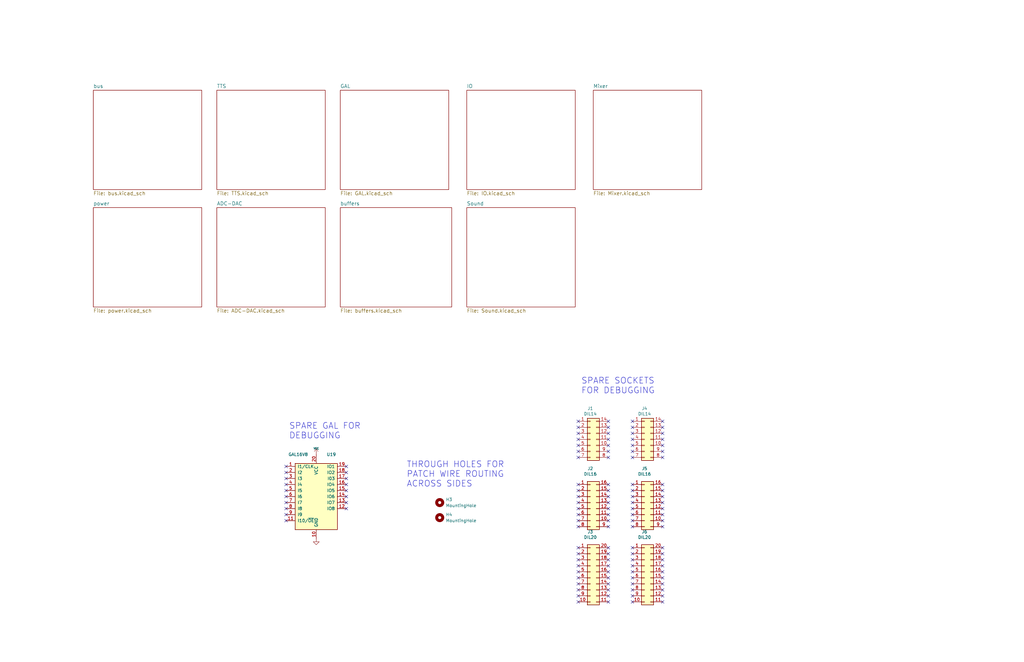
<source format=kicad_sch>
(kicad_sch (version 20211123) (generator eeschema)
  (paper "B")
  (lib_symbols
    (symbol "Connector_Generic:Conn_02x07_Counter_Clockwise" (pin_names (offset 1.016) hide)
      (property "Reference" "J" (at 1.27 10.16 0))
      (property "Value" "Conn_02x07_Counter_Clockwise" (at 1.27 -10.16 0))
      (symbol "Conn_02x07_Counter_Clockwise_1_1"
        (rectangle (start -1.27 -7.493) (end 0 -7.747) (stroke (width 0.1524)))
        (rectangle (start -1.27 -4.953) (end 0 -5.207) (stroke (width 0.1524)))
        (rectangle (start -1.27 -2.413) (end 0 -2.667) (stroke (width 0.1524)))
        (rectangle (start -1.27 0.127) (end 0 -0.127) (stroke (width 0.1524)))
        (rectangle (start -1.27 2.667) (end 0 2.413) (stroke (width 0.1524)))
        (rectangle (start -1.27 5.207) (end 0 4.953) (stroke (width 0.1524)))
        (rectangle (start -1.27 7.747) (end 0 7.493) (stroke (width 0.1524)))
        (rectangle (start -1.27 8.89) (end 3.81 -8.89) (stroke (width 0.254)) (fill (type background)))
        (rectangle (start 3.81 -7.493) (end 2.54 -7.747) (stroke (width 0.1524)))
        (rectangle (start 3.81 -4.953) (end 2.54 -5.207) (stroke (width 0.1524)))
        (rectangle (start 3.81 -2.413) (end 2.54 -2.667) (stroke (width 0.1524)))
        (rectangle (start 3.81 0.127) (end 2.54 -0.127) (stroke (width 0.1524)))
        (rectangle (start 3.81 2.667) (end 2.54 2.413) (stroke (width 0.1524)))
        (rectangle (start 3.81 5.207) (end 2.54 4.953) (stroke (width 0.1524)))
        (rectangle (start 3.81 7.747) (end 2.54 7.493) (stroke (width 0.1524)))
        (pin passive line (at -5.08 7.62 0) (length 3.81) (name "Pin_1") (number "1"))
        (pin passive line (at 7.62 -2.54 180) (length 3.81) (name "Pin_10") (number "10"))
        (pin passive line (at 7.62 0 180) (length 3.81) (name "Pin_11") (number "11"))
        (pin passive line (at 7.62 2.54 180) (length 3.81) (name "Pin_12") (number "12"))
        (pin passive line (at 7.62 5.08 180) (length 3.81) (name "Pin_13") (number "13"))
        (pin passive line (at 7.62 7.62 180) (length 3.81) (name "Pin_14") (number "14"))
        (pin passive line (at -5.08 5.08 0) (length 3.81) (name "Pin_2") (number "2"))
        (pin passive line (at -5.08 2.54 0) (length 3.81) (name "Pin_3") (number "3"))
        (pin passive line (at -5.08 0 0) (length 3.81) (name "Pin_4") (number "4"))
        (pin passive line (at -5.08 -2.54 0) (length 3.81) (name "Pin_5") (number "5"))
        (pin passive line (at -5.08 -5.08 0) (length 3.81) (name "Pin_6") (number "6"))
        (pin passive line (at -5.08 -7.62 0) (length 3.81) (name "Pin_7") (number "7"))
        (pin passive line (at 7.62 -7.62 180) (length 3.81) (name "Pin_8") (number "8"))
        (pin passive line (at 7.62 -5.08 180) (length 3.81) (name "Pin_9") (number "9"))
      )
    )
    (symbol "Connector_Generic:Conn_02x08_Counter_Clockwise" (pin_names (offset 1.016) hide)
      (property "Reference" "J" (at 1.27 10.16 0))
      (property "Value" "Conn_02x08_Counter_Clockwise" (at 1.27 -12.7 0))
      (symbol "Conn_02x08_Counter_Clockwise_1_1"
        (rectangle (start -1.27 -10.033) (end 0 -10.287) (stroke (width 0.1524)))
        (rectangle (start -1.27 -7.493) (end 0 -7.747) (stroke (width 0.1524)))
        (rectangle (start -1.27 -4.953) (end 0 -5.207) (stroke (width 0.1524)))
        (rectangle (start -1.27 -2.413) (end 0 -2.667) (stroke (width 0.1524)))
        (rectangle (start -1.27 0.127) (end 0 -0.127) (stroke (width 0.1524)))
        (rectangle (start -1.27 2.667) (end 0 2.413) (stroke (width 0.1524)))
        (rectangle (start -1.27 5.207) (end 0 4.953) (stroke (width 0.1524)))
        (rectangle (start -1.27 7.747) (end 0 7.493) (stroke (width 0.1524)))
        (rectangle (start -1.27 8.89) (end 3.81 -11.43) (stroke (width 0.254)) (fill (type background)))
        (rectangle (start 3.81 -10.033) (end 2.54 -10.287) (stroke (width 0.1524)))
        (rectangle (start 3.81 -7.493) (end 2.54 -7.747) (stroke (width 0.1524)))
        (rectangle (start 3.81 -4.953) (end 2.54 -5.207) (stroke (width 0.1524)))
        (rectangle (start 3.81 -2.413) (end 2.54 -2.667) (stroke (width 0.1524)))
        (rectangle (start 3.81 0.127) (end 2.54 -0.127) (stroke (width 0.1524)))
        (rectangle (start 3.81 2.667) (end 2.54 2.413) (stroke (width 0.1524)))
        (rectangle (start 3.81 5.207) (end 2.54 4.953) (stroke (width 0.1524)))
        (rectangle (start 3.81 7.747) (end 2.54 7.493) (stroke (width 0.1524)))
        (pin passive line (at -5.08 7.62 0) (length 3.81) (name "Pin_1") (number "1"))
        (pin passive line (at 7.62 -7.62 180) (length 3.81) (name "Pin_10") (number "10"))
        (pin passive line (at 7.62 -5.08 180) (length 3.81) (name "Pin_11") (number "11"))
        (pin passive line (at 7.62 -2.54 180) (length 3.81) (name "Pin_12") (number "12"))
        (pin passive line (at 7.62 0 180) (length 3.81) (name "Pin_13") (number "13"))
        (pin passive line (at 7.62 2.54 180) (length 3.81) (name "Pin_14") (number "14"))
        (pin passive line (at 7.62 5.08 180) (length 3.81) (name "Pin_15") (number "15"))
        (pin passive line (at 7.62 7.62 180) (length 3.81) (name "Pin_16") (number "16"))
        (pin passive line (at -5.08 5.08 0) (length 3.81) (name "Pin_2") (number "2"))
        (pin passive line (at -5.08 2.54 0) (length 3.81) (name "Pin_3") (number "3"))
        (pin passive line (at -5.08 0 0) (length 3.81) (name "Pin_4") (number "4"))
        (pin passive line (at -5.08 -2.54 0) (length 3.81) (name "Pin_5") (number "5"))
        (pin passive line (at -5.08 -5.08 0) (length 3.81) (name "Pin_6") (number "6"))
        (pin passive line (at -5.08 -7.62 0) (length 3.81) (name "Pin_7") (number "7"))
        (pin passive line (at -5.08 -10.16 0) (length 3.81) (name "Pin_8") (number "8"))
        (pin passive line (at 7.62 -10.16 180) (length 3.81) (name "Pin_9") (number "9"))
      )
    )
    (symbol "Connector_Generic:Conn_02x10_Counter_Clockwise" (pin_names (offset 1.016) hide)
      (property "Reference" "J" (at 1.27 12.7 0))
      (property "Value" "Conn_02x10_Counter_Clockwise" (at 1.27 -15.24 0))
      (symbol "Conn_02x10_Counter_Clockwise_1_1"
        (rectangle (start -1.27 -12.573) (end 0 -12.827) (stroke (width 0.1524)))
        (rectangle (start -1.27 -10.033) (end 0 -10.287) (stroke (width 0.1524)))
        (rectangle (start -1.27 -7.493) (end 0 -7.747) (stroke (width 0.1524)))
        (rectangle (start -1.27 -4.953) (end 0 -5.207) (stroke (width 0.1524)))
        (rectangle (start -1.27 -2.413) (end 0 -2.667) (stroke (width 0.1524)))
        (rectangle (start -1.27 0.127) (end 0 -0.127) (stroke (width 0.1524)))
        (rectangle (start -1.27 2.667) (end 0 2.413) (stroke (width 0.1524)))
        (rectangle (start -1.27 5.207) (end 0 4.953) (stroke (width 0.1524)))
        (rectangle (start -1.27 7.747) (end 0 7.493) (stroke (width 0.1524)))
        (rectangle (start -1.27 10.287) (end 0 10.033) (stroke (width 0.1524)))
        (rectangle (start -1.27 11.43) (end 3.81 -13.97) (stroke (width 0.254)) (fill (type background)))
        (rectangle (start 3.81 -12.573) (end 2.54 -12.827) (stroke (width 0.1524)))
        (rectangle (start 3.81 -10.033) (end 2.54 -10.287) (stroke (width 0.1524)))
        (rectangle (start 3.81 -7.493) (end 2.54 -7.747) (stroke (width 0.1524)))
        (rectangle (start 3.81 -4.953) (end 2.54 -5.207) (stroke (width 0.1524)))
        (rectangle (start 3.81 -2.413) (end 2.54 -2.667) (stroke (width 0.1524)))
        (rectangle (start 3.81 0.127) (end 2.54 -0.127) (stroke (width 0.1524)))
        (rectangle (start 3.81 2.667) (end 2.54 2.413) (stroke (width 0.1524)))
        (rectangle (start 3.81 5.207) (end 2.54 4.953) (stroke (width 0.1524)))
        (rectangle (start 3.81 7.747) (end 2.54 7.493) (stroke (width 0.1524)))
        (rectangle (start 3.81 10.287) (end 2.54 10.033) (stroke (width 0.1524)))
        (pin passive line (at -5.08 10.16 0) (length 3.81) (name "Pin_1") (number "1"))
        (pin passive line (at -5.08 -12.7 0) (length 3.81) (name "Pin_10") (number "10"))
        (pin passive line (at 7.62 -12.7 180) (length 3.81) (name "Pin_11") (number "11"))
        (pin passive line (at 7.62 -10.16 180) (length 3.81) (name "Pin_12") (number "12"))
        (pin passive line (at 7.62 -7.62 180) (length 3.81) (name "Pin_13") (number "13"))
        (pin passive line (at 7.62 -5.08 180) (length 3.81) (name "Pin_14") (number "14"))
        (pin passive line (at 7.62 -2.54 180) (length 3.81) (name "Pin_15") (number "15"))
        (pin passive line (at 7.62 0 180) (length 3.81) (name "Pin_16") (number "16"))
        (pin passive line (at 7.62 2.54 180) (length 3.81) (name "Pin_17") (number "17"))
        (pin passive line (at 7.62 5.08 180) (length 3.81) (name "Pin_18") (number "18"))
        (pin passive line (at 7.62 7.62 180) (length 3.81) (name "Pin_19") (number "19"))
        (pin passive line (at -5.08 7.62 0) (length 3.81) (name "Pin_2") (number "2"))
        (pin passive line (at 7.62 10.16 180) (length 3.81) (name "Pin_20") (number "20"))
        (pin passive line (at -5.08 5.08 0) (length 3.81) (name "Pin_3") (number "3"))
        (pin passive line (at -5.08 2.54 0) (length 3.81) (name "Pin_4") (number "4"))
        (pin passive line (at -5.08 0 0) (length 3.81) (name "Pin_5") (number "5"))
        (pin passive line (at -5.08 -2.54 0) (length 3.81) (name "Pin_6") (number "6"))
        (pin passive line (at -5.08 -5.08 0) (length 3.81) (name "Pin_7") (number "7"))
        (pin passive line (at -5.08 -7.62 0) (length 3.81) (name "Pin_8") (number "8"))
        (pin passive line (at -5.08 -10.16 0) (length 3.81) (name "Pin_9") (number "9"))
      )
    )
    (symbol "Logic_Programmable:GAL16V8" (pin_names (offset 1.016))
      (property "Reference" "U" (at -8.89 16.51 0))
      (property "Value" "GAL16V8" (at 1.27 16.51 0))
      (symbol "GAL16V8_0_0"
        (pin power_in line (at 0 -17.78 90) (length 3.81) (name "GND") (number "10"))
        (pin power_in line (at 0 17.78 270) (length 3.81) (name "VCC") (number "20"))
      )
      (symbol "GAL16V8_0_1"
        (rectangle (start -8.89 13.97) (end 8.89 -13.97) (stroke (width 0.254)) (fill (type background)))
      )
      (symbol "GAL16V8_1_1"
        (pin input line (at -12.7 12.7 0) (length 3.81) (name "I1/CLK") (number "1"))
        (pin input line (at -12.7 -10.16 0) (length 3.81) (name "I10/~{OE}") (number "11"))
        (pin tri_state line (at 12.7 -5.08 180) (length 3.81) (name "IO8") (number "12"))
        (pin tri_state line (at 12.7 -2.54 180) (length 3.81) (name "IO7") (number "13"))
        (pin tri_state line (at 12.7 0 180) (length 3.81) (name "IO6") (number "14"))
        (pin tri_state line (at 12.7 2.54 180) (length 3.81) (name "IO5") (number "15"))
        (pin tri_state line (at 12.7 5.08 180) (length 3.81) (name "IO4") (number "16"))
        (pin tri_state line (at 12.7 7.62 180) (length 3.81) (name "I03") (number "17"))
        (pin tri_state line (at 12.7 10.16 180) (length 3.81) (name "IO2") (number "18"))
        (pin tri_state line (at 12.7 12.7 180) (length 3.81) (name "IO1") (number "19"))
        (pin input line (at -12.7 10.16 0) (length 3.81) (name "I2") (number "2"))
        (pin input line (at -12.7 7.62 0) (length 3.81) (name "I3") (number "3"))
        (pin input line (at -12.7 5.08 0) (length 3.81) (name "I4") (number "4"))
        (pin input line (at -12.7 2.54 0) (length 3.81) (name "I5") (number "5"))
        (pin input line (at -12.7 0 0) (length 3.81) (name "I6") (number "6"))
        (pin input line (at -12.7 -2.54 0) (length 3.81) (name "I7") (number "7"))
        (pin input line (at -12.7 -5.08 0) (length 3.81) (name "I8") (number "8"))
        (pin input line (at -12.7 -7.62 0) (length 3.81) (name "I9") (number "9"))
      )
    )
    (symbol "Mechanical:MountingHole" (pin_names (offset 1.016))
      (property "Reference" "H" (at 0 5.08 0))
      (property "Value" "MountingHole" (at 0 3.175 0))
      (symbol "MountingHole_0_1"
        (circle (center 0 0) (radius 1.27) (stroke (width 1.27)))
      )
    )
    (symbol "power:GND" (power) (pin_names (offset 0))
      (property "Value" "GND" (at 0 -3.81 0))
      (symbol "GND_0_1"
        (polyline (pts (xy 0 0) (xy 0 -1.27) (xy 1.27 -1.27) (xy 0 -2.54) (xy -1.27 -1.27) (xy 0 -1.27)))
      )
      (symbol "GND_1_1"
        (pin power_in line (at 0 0 270) (length 0) hide (name "GND") (number "1"))
      )
    )
    (symbol "power:VCC" (power) (pin_names (offset 0))
      (property "Value" "VCC" (at 0 3.81 0))
      (symbol "VCC_0_1"
        (polyline (pts (xy -0.762 1.27) (xy 0 2.54)))
        (polyline (pts (xy 0 0) (xy 0 2.54)))
        (polyline (pts (xy 0 2.54) (xy 0.762 1.27)))
      )
      (symbol "VCC_1_1"
        (pin power_in line (at 0 0 90) (length 0) hide (name "VCC") (number "1"))
      )
    )
  )
  (no_connect (at 279.4 217.17))
  (no_connect (at 279.4 193.04))
  (no_connect (at 266.7 214.63))
  (no_connect (at 279.4 187.96))
  (no_connect (at 243.84 222.25))
  (no_connect (at 279.4 243.84))
  (no_connect (at 279.4 185.42))
  (no_connect (at 279.4 190.5))
  (no_connect (at 279.4 207.01))
  (no_connect (at 243.84 214.63))
  (no_connect (at 120.65 217.17))
  (no_connect (at 266.7 241.3))
  (no_connect (at 243.84 251.46))
  (no_connect (at 146.05 201.93))
  (no_connect (at 146.05 207.01))
  (no_connect (at 243.84 219.71))
  (no_connect (at 279.4 204.47))
  (no_connect (at 279.4 222.25))
  (no_connect (at 279.4 214.63))
  (no_connect (at 146.05 196.85))
  (no_connect (at 266.7 251.46))
  (no_connect (at 279.4 182.88))
  (no_connect (at 120.65 201.93))
  (no_connect (at 243.84 217.17))
  (no_connect (at 279.4 254))
  (no_connect (at 266.7 204.47))
  (no_connect (at 243.84 236.22))
  (no_connect (at 256.54 233.68))
  (no_connect (at 120.65 204.47))
  (no_connect (at 279.4 209.55))
  (no_connect (at 120.65 219.71))
  (no_connect (at 243.84 238.76))
  (no_connect (at 256.54 222.25))
  (no_connect (at 243.84 204.47))
  (no_connect (at 266.7 231.14))
  (no_connect (at 266.7 236.22))
  (no_connect (at 279.4 231.14))
  (no_connect (at 146.05 209.55))
  (no_connect (at 243.84 207.01))
  (no_connect (at 256.54 209.55))
  (no_connect (at 146.05 212.09))
  (no_connect (at 266.7 182.88))
  (no_connect (at 243.84 233.68))
  (no_connect (at 243.84 193.04))
  (no_connect (at 279.4 248.92))
  (no_connect (at 266.7 209.55))
  (no_connect (at 256.54 185.42))
  (no_connect (at 243.84 182.88))
  (no_connect (at 279.4 241.3))
  (no_connect (at 256.54 254))
  (no_connect (at 279.4 236.22))
  (no_connect (at 266.7 217.17))
  (no_connect (at 256.54 204.47))
  (no_connect (at 243.84 243.84))
  (no_connect (at 279.4 219.71))
  (no_connect (at 256.54 187.96))
  (no_connect (at 279.4 233.68))
  (no_connect (at 256.54 190.5))
  (no_connect (at 256.54 214.63))
  (no_connect (at 266.7 212.09))
  (no_connect (at 256.54 251.46))
  (no_connect (at 266.7 222.25))
  (no_connect (at 279.4 238.76))
  (no_connect (at 256.54 180.34))
  (no_connect (at 256.54 248.92))
  (no_connect (at 266.7 246.38))
  (no_connect (at 279.4 180.34))
  (no_connect (at 243.84 248.92))
  (no_connect (at 243.84 185.42))
  (no_connect (at 256.54 177.8))
  (no_connect (at 243.84 246.38))
  (no_connect (at 243.84 177.8))
  (no_connect (at 266.7 248.92))
  (no_connect (at 146.05 214.63))
  (no_connect (at 266.7 207.01))
  (no_connect (at 266.7 243.84))
  (no_connect (at 279.4 246.38))
  (no_connect (at 243.84 180.34))
  (no_connect (at 256.54 236.22))
  (no_connect (at 266.7 238.76))
  (no_connect (at 256.54 217.17))
  (no_connect (at 256.54 182.88))
  (no_connect (at 120.65 212.09))
  (no_connect (at 266.7 193.04))
  (no_connect (at 266.7 185.42))
  (no_connect (at 256.54 241.3))
  (no_connect (at 256.54 219.71))
  (no_connect (at 243.84 209.55))
  (no_connect (at 266.7 187.96))
  (no_connect (at 243.84 190.5))
  (no_connect (at 279.4 212.09))
  (no_connect (at 266.7 177.8))
  (no_connect (at 256.54 212.09))
  (no_connect (at 120.65 199.39))
  (no_connect (at 256.54 193.04))
  (no_connect (at 266.7 190.5))
  (no_connect (at 256.54 207.01))
  (no_connect (at 120.65 209.55))
  (no_connect (at 266.7 180.34))
  (no_connect (at 120.65 196.85))
  (no_connect (at 256.54 246.38))
  (no_connect (at 243.84 187.96))
  (no_connect (at 266.7 254))
  (no_connect (at 243.84 241.3))
  (no_connect (at 266.7 233.68))
  (no_connect (at 256.54 238.76))
  (no_connect (at 120.65 207.01))
  (no_connect (at 243.84 231.14))
  (no_connect (at 279.4 177.8))
  (no_connect (at 243.84 212.09))
  (no_connect (at 256.54 243.84))
  (no_connect (at 266.7 219.71))
  (no_connect (at 243.84 254))
  (no_connect (at 146.05 204.47))
  (no_connect (at 120.65 214.63))
  (no_connect (at 146.05 199.39))
  (no_connect (at 279.4 251.46))
  (no_connect (at 256.54 231.14))
  (text "SPARE SOCKETS\nFOR DEBUGGING" (at 245.11 166.37 0) (effects (font (size 2.54 2.54)) (justify left bottom)))
  (text "SPARE GAL FOR\nDEBUGGING" (at 121.92 185.42 0) (effects (font (size 2.54 2.54)) (justify left bottom)))
  (text "THROUGH HOLES FOR\nPATCH WIRE ROUTING\nACROSS SIDES" (at 171.45 205.74 0) (effects (font (size 2.54 2.54)) (justify left bottom)))
  (symbol (lib_id "Connector_Generic:Conn_02x07_Counter_Clockwise") (at 248.92 185.42 0) (unit 1)
    (property "Reference" "J1" (at 248.92 172.339 0))
    (property "Value" "DIL14" (at 248.92 174.6504 0))
    (property "Footprint" "Package_DIP:DIP-14_W7.62mm_Socket" (effects hide))
  )
  (symbol (lib_id "Connector_Generic:Conn_02x08_Counter_Clockwise") (at 248.92 212.09 0) (unit 1)
    (property "Reference" "J2" (at 248.92 197.739 0))
    (property "Value" "DIL16" (at 248.92 200.0504 0))
    (property "Footprint" "Package_DIP:DIP-16_W7.62mm_Socket" (effects hide))
  )
  (symbol (lib_id "Connector_Generic:Conn_02x10_Counter_Clockwise") (at 248.92 241.3 0) (unit 1)
    (property "Reference" "J3" (at 248.92 224.409 0))
    (property "Value" "DIL20" (at 248.92 226.7204 0))
    (property "Footprint" "Package_DIP:DIP-20_W7.62mm_Socket" (effects hide))
  )
  (symbol (lib_id "Connector_Generic:Conn_02x07_Counter_Clockwise") (at 271.78 185.42 0) (unit 1)
    (property "Reference" "J4" (at 271.78 172.339 0))
    (property "Value" "DIL14" (at 271.78 174.6504 0))
    (property "Footprint" "Package_DIP:DIP-14_W7.62mm_Socket" (effects hide))
  )
  (symbol (lib_id "Connector_Generic:Conn_02x08_Counter_Clockwise") (at 271.78 212.09 0) (unit 1)
    (property "Reference" "J5" (at 271.78 197.739 0))
    (property "Value" "DIL16" (at 271.78 200.0504 0))
    (property "Footprint" "Package_DIP:DIP-16_W7.62mm_Socket" (effects hide))
  )
  (symbol (lib_id "Connector_Generic:Conn_02x10_Counter_Clockwise") (at 271.78 241.3 0) (unit 1)
    (property "Reference" "J6" (at 271.78 224.409 0))
    (property "Value" "DIL20" (at 271.78 226.7204 0))
    (property "Footprint" "Package_DIP:DIP-20_W7.62mm_Socket" (effects hide))
  )
  (symbol (lib_id "Mechanical:MountingHole") (at 185.42 212.09 0) (unit 1)
    (property "Reference" "H3" (at 187.96 210.8199 0) (effects (justify left)))
    (property "Value" "MountingHole" (at 187.96 213.3599 0) (effects (justify left)))
    (property "Footprint" "MountingHole:MountingHole_2.1mm" (effects hide))
  )
  (symbol (lib_id "power:VCC") (at 133.35 191.77 0) (unit 1)
    (property "Reference" "#PWR0103" (effects hide))
    (property "Value" "VCC" (at 133.35 189.23 0) (effects (font (size 0.762 0.762))))
  )
  (symbol (lib_id "Logic_Programmable:GAL16V8") (at 133.35 209.55 0) (unit 1)
    (property "Reference" "U19" (at 139.7 191.77 0))
    (property "Value" "GAL16V8" (at 125.73 191.77 0))
    (property "Footprint" "Package_DIP:DIP-20_W7.62mm_Socket" (effects hide))
  )
  (symbol (lib_id "power:GND") (at 133.35 227.33 0) (unit 1)
    (property "Reference" "#PWR0102" (effects hide))
    (property "Value" "GND" (effects hide))
  )
  (symbol (lib_id "Mechanical:MountingHole") (at 185.42 218.44 0) (unit 1)
    (property "Reference" "H4" (at 187.96 217.1699 0) (effects (justify left)))
    (property "Value" "MountingHole" (at 187.96 219.7099 0) (effects (justify left)))
    (property "Footprint" "MountingHole:MountingHole_2.1mm" (effects hide))
  )
  (sheet (at 143.51 38.1) (size 45.72 41.91)
    (property "Sheet name" "GAL" (at 143.51 37.2614 0) (effects (font (size 1.524 1.524)) (justify left bottom)))
    (property "Sheet file" "GAL.kicad_sch" (at 143.51 80.6962 0) (effects (font (size 1.524 1.524)) (justify left top)))
  )
  (sheet (at 143.51 87.63) (size 46.99 41.91)
    (property "Sheet name" "buffers" (at 143.51 86.7914 0) (effects (font (size 1.524 1.524)) (justify left bottom)))
    (property "Sheet file" "buffers.kicad_sch" (at 143.51 130.2262 0) (effects (font (size 1.524 1.524)) (justify left top)))
  )
  (sheet (at 39.37 38.1) (size 45.72 41.91)
    (property "Sheet name" "bus" (at 39.37 37.2614 0) (effects (font (size 1.524 1.524)) (justify left bottom)))
    (property "Sheet file" "bus.kicad_sch" (at 39.37 80.6962 0) (effects (font (size 1.524 1.524)) (justify left top)))
  )
  (sheet (at 39.37 87.63) (size 45.72 41.91)
    (property "Sheet name" "power" (at 39.37 86.7914 0) (effects (font (size 1.524 1.524)) (justify left bottom)))
    (property "Sheet file" "power.kicad_sch" (at 39.37 130.2262 0) (effects (font (size 1.524 1.524)) (justify left top)))
  )
  (sheet (at 91.44 38.1) (size 45.72 41.91)
    (property "Sheet name" "TTS" (at 91.44 37.2614 0) (effects (font (size 1.524 1.524)) (justify left bottom)))
    (property "Sheet file" "TTS.kicad_sch" (at 91.44 80.6962 0) (effects (font (size 1.524 1.524)) (justify left top)))
  )
  (sheet (at 91.44 87.63) (size 45.72 41.91)
    (property "Sheet name" "ADC-DAC" (at 91.44 86.7914 0) (effects (font (size 1.524 1.524)) (justify left bottom)))
    (property "Sheet file" "ADC-DAC.kicad_sch" (at 91.44 130.2262 0) (effects (font (size 1.524 1.524)) (justify left top)))
  )
  (sheet (at 196.85 87.63) (size 45.72 41.91)
    (property "Sheet name" "Sound" (at 196.85 86.7914 0) (effects (font (size 1.524 1.524)) (justify left bottom)))
    (property "Sheet file" "Sound.kicad_sch" (at 196.85 130.2262 0) (effects (font (size 1.524 1.524)) (justify left top)))
  )
  (sheet (at 196.85 38.1) (size 45.72 41.91)
    (property "Sheet name" "IO" (at 196.85 37.2614 0) (effects (font (size 1.524 1.524)) (justify left bottom)))
    (property "Sheet file" "IO.kicad_sch" (at 196.85 80.6962 0) (effects (font (size 1.524 1.524)) (justify left top)))
  )
  (sheet (at 250.19 38.1) (size 45.72 41.91)
    (property "Sheet name" "Mixer" (at 250.19 37.2614 0) (effects (font (size 1.524 1.524)) (justify left bottom)))
    (property "Sheet file" "Mixer.kicad_sch" (at 250.19 80.6962 0) (effects (font (size 1.524 1.524)) (justify left top)))
  )
)
</source>
